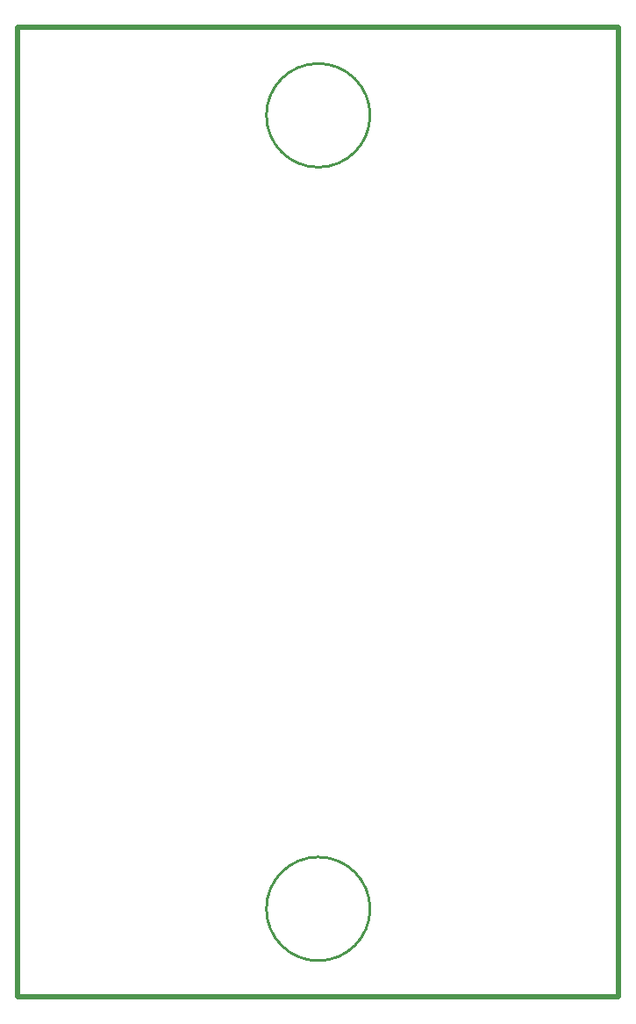
<source format=gko>
G04*
G04 #@! TF.GenerationSoftware,Altium Limited,Altium Designer,20.0.10 (225)*
G04*
G04 Layer_Color=16711935*
%FSLAX25Y25*%
%MOIN*%
G70*
G01*
G75*
%ADD11C,0.01000*%
%ADD54C,0.01968*%
D11*
X233858Y133465D02*
G03*
X233858Y133465I-19685J0D01*
G01*
Y434646D02*
G03*
X233858Y434646I-19685J0D01*
G01*
D54*
X100000Y100000D02*
X328346D01*
X328346Y468110D02*
X328346Y100000D01*
X100000Y468110D02*
X328346D01*
X100000Y100000D02*
Y468110D01*
M02*

</source>
